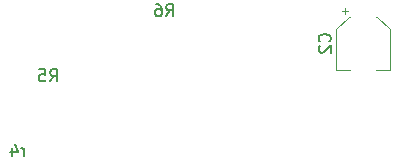
<source format=gbr>
%TF.GenerationSoftware,KiCad,Pcbnew,(5.1.10)-1*%
%TF.CreationDate,2021-11-07T21:57:16-05:00*%
%TF.ProjectId,kicad,6b696361-642e-46b6-9963-61645f706362,rev?*%
%TF.SameCoordinates,Original*%
%TF.FileFunction,Legend,Bot*%
%TF.FilePolarity,Positive*%
%FSLAX46Y46*%
G04 Gerber Fmt 4.6, Leading zero omitted, Abs format (unit mm)*
G04 Created by KiCad (PCBNEW (5.1.10)-1) date 2021-11-07 21:57:16*
%MOMM*%
%LPD*%
G01*
G04 APERTURE LIST*
%ADD10C,0.120000*%
%ADD11C,0.150000*%
G04 APERTURE END LIST*
D10*
%TO.C,C2*%
X204190000Y-100050000D02*
X202990000Y-100050000D01*
X199670000Y-100050000D02*
X200870000Y-100050000D01*
X199670000Y-96594437D02*
X199670000Y-100050000D01*
X204190000Y-96594437D02*
X204190000Y-100050000D01*
X203125563Y-95530000D02*
X202990000Y-95530000D01*
X200734437Y-95530000D02*
X200870000Y-95530000D01*
X200734437Y-95530000D02*
X199670000Y-96594437D01*
X203125563Y-95530000D02*
X204190000Y-96594437D01*
X200370000Y-94790000D02*
X200370000Y-95290000D01*
X200120000Y-95040000D02*
X200620000Y-95040000D01*
%TO.C,R6*%
D11*
X185266666Y-95482380D02*
X185600000Y-95006190D01*
X185838095Y-95482380D02*
X185838095Y-94482380D01*
X185457142Y-94482380D01*
X185361904Y-94530000D01*
X185314285Y-94577619D01*
X185266666Y-94672857D01*
X185266666Y-94815714D01*
X185314285Y-94910952D01*
X185361904Y-94958571D01*
X185457142Y-95006190D01*
X185838095Y-95006190D01*
X184409523Y-94482380D02*
X184600000Y-94482380D01*
X184695238Y-94530000D01*
X184742857Y-94577619D01*
X184838095Y-94720476D01*
X184885714Y-94910952D01*
X184885714Y-95291904D01*
X184838095Y-95387142D01*
X184790476Y-95434761D01*
X184695238Y-95482380D01*
X184504761Y-95482380D01*
X184409523Y-95434761D01*
X184361904Y-95387142D01*
X184314285Y-95291904D01*
X184314285Y-95053809D01*
X184361904Y-94958571D01*
X184409523Y-94910952D01*
X184504761Y-94863333D01*
X184695238Y-94863333D01*
X184790476Y-94910952D01*
X184838095Y-94958571D01*
X184885714Y-95053809D01*
%TO.C,R5*%
X175426666Y-101002380D02*
X175760000Y-100526190D01*
X175998095Y-101002380D02*
X175998095Y-100002380D01*
X175617142Y-100002380D01*
X175521904Y-100050000D01*
X175474285Y-100097619D01*
X175426666Y-100192857D01*
X175426666Y-100335714D01*
X175474285Y-100430952D01*
X175521904Y-100478571D01*
X175617142Y-100526190D01*
X175998095Y-100526190D01*
X174521904Y-100002380D02*
X174998095Y-100002380D01*
X175045714Y-100478571D01*
X174998095Y-100430952D01*
X174902857Y-100383333D01*
X174664761Y-100383333D01*
X174569523Y-100430952D01*
X174521904Y-100478571D01*
X174474285Y-100573809D01*
X174474285Y-100811904D01*
X174521904Y-100907142D01*
X174569523Y-100954761D01*
X174664761Y-101002380D01*
X174902857Y-101002380D01*
X174998095Y-100954761D01*
X175045714Y-100907142D01*
%TO.C,r4*%
X173267619Y-107352380D02*
X173267619Y-106685714D01*
X173267619Y-106876190D02*
X173220000Y-106780952D01*
X173172380Y-106733333D01*
X173077142Y-106685714D01*
X172981904Y-106685714D01*
X172220000Y-106685714D02*
X172220000Y-107352380D01*
X172458095Y-106304761D02*
X172696190Y-107019047D01*
X172077142Y-107019047D01*
%TO.C,C2*%
X199087142Y-97623333D02*
X199134761Y-97575714D01*
X199182380Y-97432857D01*
X199182380Y-97337619D01*
X199134761Y-97194761D01*
X199039523Y-97099523D01*
X198944285Y-97051904D01*
X198753809Y-97004285D01*
X198610952Y-97004285D01*
X198420476Y-97051904D01*
X198325238Y-97099523D01*
X198230000Y-97194761D01*
X198182380Y-97337619D01*
X198182380Y-97432857D01*
X198230000Y-97575714D01*
X198277619Y-97623333D01*
X198277619Y-98004285D02*
X198230000Y-98051904D01*
X198182380Y-98147142D01*
X198182380Y-98385238D01*
X198230000Y-98480476D01*
X198277619Y-98528095D01*
X198372857Y-98575714D01*
X198468095Y-98575714D01*
X198610952Y-98528095D01*
X199182380Y-97956666D01*
X199182380Y-98575714D01*
%TD*%
M02*

</source>
